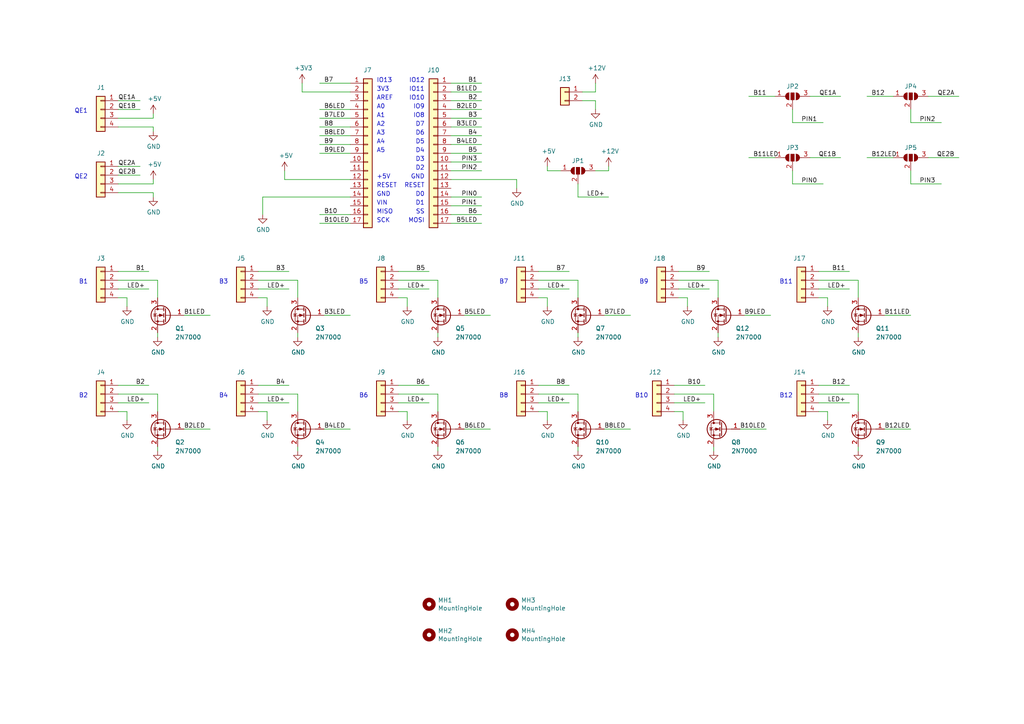
<source format=kicad_sch>
(kicad_sch (version 20211123) (generator eeschema)
  (paper "A4")
  (title_block (rev "v2.0"))
  (lib_symbols
    (symbol "Connector_Generic:Conn_01x02" (pin_names (offset 1.016) hide)
      (property "Reference" "J" (at 0 2.54 0))
      (property "Value" "Conn_01x02" (at 0 -5.08 0))
      (symbol "Conn_01x02_1_1"
        (rectangle (start -1.27 -2.413) (end 0 -2.667) (stroke (width 0.1524)))
        (rectangle (start -1.27 0.127) (end 0 -0.127) (stroke (width 0.1524)))
        (rectangle (start -1.27 1.27) (end 1.27 -3.81) (stroke (width 0.254)) (fill (type background)))
        (pin passive line (at -5.08 0 0) (length 3.81) (name "Pin_1") (number "1"))
        (pin passive line (at -5.08 -2.54 0) (length 3.81) (name "Pin_2") (number "2"))
      )
    )
    (symbol "Connector_Generic:Conn_01x04" (pin_names (offset 1.016) hide)
      (property "Reference" "J" (at 0 5.08 0))
      (property "Value" "Conn_01x04" (at 0 -7.62 0))
      (symbol "Conn_01x04_1_1"
        (rectangle (start -1.27 -4.953) (end 0 -5.207) (stroke (width 0.1524)))
        (rectangle (start -1.27 -2.413) (end 0 -2.667) (stroke (width 0.1524)))
        (rectangle (start -1.27 0.127) (end 0 -0.127) (stroke (width 0.1524)))
        (rectangle (start -1.27 2.667) (end 0 2.413) (stroke (width 0.1524)))
        (rectangle (start -1.27 3.81) (end 1.27 -6.35) (stroke (width 0.254)) (fill (type background)))
        (pin passive line (at -5.08 2.54 0) (length 3.81) (name "Pin_1") (number "1"))
        (pin passive line (at -5.08 0 0) (length 3.81) (name "Pin_2") (number "2"))
        (pin passive line (at -5.08 -2.54 0) (length 3.81) (name "Pin_3") (number "3"))
        (pin passive line (at -5.08 -5.08 0) (length 3.81) (name "Pin_4") (number "4"))
      )
    )
    (symbol "Connector_Generic:Conn_01x17" (pin_names (offset 1.016) hide)
      (property "Reference" "J" (at 0 22.86 0))
      (property "Value" "Conn_01x17" (at 0 -22.86 0))
      (symbol "Conn_01x17_1_1"
        (rectangle (start -1.27 -20.193) (end 0 -20.447) (stroke (width 0.1524)))
        (rectangle (start -1.27 -17.653) (end 0 -17.907) (stroke (width 0.1524)))
        (rectangle (start -1.27 -15.113) (end 0 -15.367) (stroke (width 0.1524)))
        (rectangle (start -1.27 -12.573) (end 0 -12.827) (stroke (width 0.1524)))
        (rectangle (start -1.27 -10.033) (end 0 -10.287) (stroke (width 0.1524)))
        (rectangle (start -1.27 -7.493) (end 0 -7.747) (stroke (width 0.1524)))
        (rectangle (start -1.27 -4.953) (end 0 -5.207) (stroke (width 0.1524)))
        (rectangle (start -1.27 -2.413) (end 0 -2.667) (stroke (width 0.1524)))
        (rectangle (start -1.27 0.127) (end 0 -0.127) (stroke (width 0.1524)))
        (rectangle (start -1.27 2.667) (end 0 2.413) (stroke (width 0.1524)))
        (rectangle (start -1.27 5.207) (end 0 4.953) (stroke (width 0.1524)))
        (rectangle (start -1.27 7.747) (end 0 7.493) (stroke (width 0.1524)))
        (rectangle (start -1.27 10.287) (end 0 10.033) (stroke (width 0.1524)))
        (rectangle (start -1.27 12.827) (end 0 12.573) (stroke (width 0.1524)))
        (rectangle (start -1.27 15.367) (end 0 15.113) (stroke (width 0.1524)))
        (rectangle (start -1.27 17.907) (end 0 17.653) (stroke (width 0.1524)))
        (rectangle (start -1.27 20.447) (end 0 20.193) (stroke (width 0.1524)))
        (rectangle (start -1.27 21.59) (end 1.27 -21.59) (stroke (width 0.254)) (fill (type background)))
        (pin passive line (at -5.08 20.32 0) (length 3.81) (name "Pin_1") (number "1"))
        (pin passive line (at -5.08 -2.54 0) (length 3.81) (name "Pin_10") (number "10"))
        (pin passive line (at -5.08 -5.08 0) (length 3.81) (name "Pin_11") (number "11"))
        (pin passive line (at -5.08 -7.62 0) (length 3.81) (name "Pin_12") (number "12"))
        (pin passive line (at -5.08 -10.16 0) (length 3.81) (name "Pin_13") (number "13"))
        (pin passive line (at -5.08 -12.7 0) (length 3.81) (name "Pin_14") (number "14"))
        (pin passive line (at -5.08 -15.24 0) (length 3.81) (name "Pin_15") (number "15"))
        (pin passive line (at -5.08 -17.78 0) (length 3.81) (name "Pin_16") (number "16"))
        (pin passive line (at -5.08 -20.32 0) (length 3.81) (name "Pin_17") (number "17"))
        (pin passive line (at -5.08 17.78 0) (length 3.81) (name "Pin_2") (number "2"))
        (pin passive line (at -5.08 15.24 0) (length 3.81) (name "Pin_3") (number "3"))
        (pin passive line (at -5.08 12.7 0) (length 3.81) (name "Pin_4") (number "4"))
        (pin passive line (at -5.08 10.16 0) (length 3.81) (name "Pin_5") (number "5"))
        (pin passive line (at -5.08 7.62 0) (length 3.81) (name "Pin_6") (number "6"))
        (pin passive line (at -5.08 5.08 0) (length 3.81) (name "Pin_7") (number "7"))
        (pin passive line (at -5.08 2.54 0) (length 3.81) (name "Pin_8") (number "8"))
        (pin passive line (at -5.08 0 0) (length 3.81) (name "Pin_9") (number "9"))
      )
    )
    (symbol "Mechanical:MountingHole" (pin_names (offset 1.016))
      (property "Reference" "H" (at 0 5.08 0))
      (property "Value" "MountingHole" (at 0 3.175 0))
      (symbol "MountingHole_0_1"
        (circle (center 0 0) (radius 1.27) (stroke (width 1.27)))
      )
    )
    (symbol "Micro-Breakout-rescue:+3.3V-power" (power) (pin_names (offset 0))
      (property "Value" "+3.3V-power" (at 0 3.556 0))
      (symbol "+3.3V-power_0_1"
        (polyline (pts (xy -0.762 1.27) (xy 0 2.54)))
        (polyline (pts (xy 0 0) (xy 0 2.54)))
        (polyline (pts (xy 0 2.54) (xy 0.762 1.27)))
      )
      (symbol "+3.3V-power_1_1"
        (pin power_in line (at 0 0 90) (length 0) hide (name "+3V3") (number "1"))
      )
    )
    (symbol "Micro-Breakout-rescue:SolderJumper_3_Open-Jumper" (pin_names (offset 0) hide)
      (property "Reference" "JP" (at -2.54 -2.54 0))
      (property "Value" "SolderJumper_3_Open-Jumper" (at 0 2.794 0))
      (symbol "SolderJumper_3_Open-Jumper_0_1"
        (arc (start -1.016 1.016) (mid -2.032 0) (end -1.016 -1.016))
        (arc (start -1.016 1.016) (mid -2.032 0) (end -1.016 -1.016) (fill (type outline)))
        (rectangle (start -0.508 1.016) (end 0.508 -1.016) (fill (type outline)))
        (polyline (pts (xy -2.54 0) (xy -2.032 0)))
        (polyline (pts (xy -1.016 1.016) (xy -1.016 -1.016)))
        (polyline (pts (xy 0 -1.27) (xy 0 -1.016)))
        (polyline (pts (xy 1.016 1.016) (xy 1.016 -1.016)))
        (polyline (pts (xy 2.54 0) (xy 2.032 0)))
        (arc (start 1.016 -1.016) (mid 2.032 0) (end 1.016 1.016))
        (arc (start 1.016 -1.016) (mid 2.032 0) (end 1.016 1.016) (fill (type outline)))
      )
      (symbol "SolderJumper_3_Open-Jumper_1_1"
        (pin passive line (at -5.08 0 0) (length 2.54) (name "A") (number "1"))
        (pin input line (at 0 -3.81 90) (length 2.54) (name "C") (number "2"))
        (pin passive line (at 5.08 0 180) (length 2.54) (name "B") (number "3"))
      )
    )
    (symbol "Transistor_FET:BSS138" (pin_names hide)
      (property "Reference" "Q" (at 5.08 1.905 0))
      (property "Value" "BSS138" (at 5.08 0 0))
      (symbol "BSS138_0_1"
        (polyline (pts (xy 0.254 0) (xy -2.54 0)))
        (polyline (pts (xy 0.254 1.905) (xy 0.254 -1.905)) (stroke (width 0.254)))
        (polyline (pts (xy 0.762 -1.27) (xy 0.762 -2.286)) (stroke (width 0.254)))
        (polyline (pts (xy 0.762 0.508) (xy 0.762 -0.508)) (stroke (width 0.254)))
        (polyline (pts (xy 0.762 2.286) (xy 0.762 1.27)) (stroke (width 0.254)))
        (polyline (pts (xy 2.54 2.54) (xy 2.54 1.778)))
        (polyline (pts (xy 2.54 -2.54) (xy 2.54 0) (xy 0.762 0)))
        (polyline (pts (xy 0.762 -1.778) (xy 3.302 -1.778) (xy 3.302 1.778) (xy 0.762 1.778)))
        (polyline (pts (xy 1.016 0) (xy 2.032 0.381) (xy 2.032 -0.381) (xy 1.016 0)) (fill (type outline)))
        (polyline (pts (xy 2.794 0.508) (xy 2.921 0.381) (xy 3.683 0.381) (xy 3.81 0.254)))
        (polyline (pts (xy 3.302 0.381) (xy 2.921 -0.254) (xy 3.683 -0.254) (xy 3.302 0.381)))
        (circle (center 1.651 0) (radius 2.794) (stroke (width 0.254)))
        (circle (center 2.54 -1.778) (radius 0.254) (fill (type outline)))
        (circle (center 2.54 1.778) (radius 0.254) (fill (type outline)))
      )
      (symbol "BSS138_1_1"
        (pin input line (at -5.08 0 0) (length 2.54) (name "G") (number "1"))
        (pin passive line (at 2.54 -5.08 90) (length 2.54) (name "S") (number "2"))
        (pin passive line (at 2.54 5.08 270) (length 2.54) (name "D") (number "3"))
      )
    )
    (symbol "power:+12V" (power) (pin_names (offset 0))
      (property "Value" "+12V" (at 0 3.556 0))
      (symbol "+12V_0_1"
        (polyline (pts (xy -0.762 1.27) (xy 0 2.54)))
        (polyline (pts (xy 0 0) (xy 0 2.54)))
        (polyline (pts (xy 0 2.54) (xy 0.762 1.27)))
      )
      (symbol "+12V_1_1"
        (pin power_in line (at 0 0 90) (length 0) hide (name "+12V") (number "1"))
      )
    )
    (symbol "power:+5V" (power) (pin_names (offset 0))
      (property "Value" "+5V" (at 0 3.556 0))
      (symbol "+5V_0_1"
        (polyline (pts (xy -0.762 1.27) (xy 0 2.54)))
        (polyline (pts (xy 0 0) (xy 0 2.54)))
        (polyline (pts (xy 0 2.54) (xy 0.762 1.27)))
      )
      (symbol "+5V_1_1"
        (pin power_in line (at 0 0 90) (length 0) hide (name "+5V") (number "1"))
      )
    )
    (symbol "power:GND" (power) (pin_names (offset 0))
      (property "Value" "GND" (at 0 -3.81 0))
      (symbol "GND_0_1"
        (polyline (pts (xy 0 0) (xy 0 -1.27) (xy 1.27 -1.27) (xy 0 -2.54) (xy -1.27 -1.27) (xy 0 -1.27)))
      )
      (symbol "GND_1_1"
        (pin power_in line (at 0 0 270) (length 0) hide (name "GND") (number "1"))
      )
    )
  )
  (wire (pts (xy 149.86 52.07) (xy 149.86 54.61)))
  (wire (pts (xy 175.26 124.46) (xy 182.88 124.46)))
  (wire (pts (xy 237.49 111.76) (xy 246.38 111.76)))
  (wire (pts (xy 34.29 31.75) (xy 40.64 31.75)))
  (wire (pts (xy 92.71 64.77) (xy 101.6 64.77)))
  (wire (pts (xy 234.95 45.72) (xy 243.84 45.72)))
  (wire (pts (xy 45.72 96.52) (xy 45.72 97.79)))
  (wire (pts (xy 130.81 46.99) (xy 139.7 46.99)))
  (wire (pts (xy 115.57 78.74) (xy 124.46 78.74)))
  (wire (pts (xy 53.34 124.46) (xy 60.96 124.46)))
  (wire (pts (xy 156.21 83.82) (xy 165.1 83.82)))
  (wire (pts (xy 92.71 34.29) (xy 101.6 34.29)))
  (wire (pts (xy 130.81 39.37) (xy 139.7 39.37)))
  (wire (pts (xy 139.7 41.91) (xy 130.81 41.91)))
  (wire (pts (xy 248.92 81.28) (xy 248.92 86.36)))
  (wire (pts (xy 92.71 39.37) (xy 101.6 39.37)))
  (wire (pts (xy 229.87 35.56) (xy 229.87 31.75)))
  (wire (pts (xy 139.7 31.75) (xy 130.81 31.75)))
  (wire (pts (xy 34.29 36.83) (xy 44.45 36.83)))
  (wire (pts (xy 34.29 78.74) (xy 43.18 78.74)))
  (wire (pts (xy 156.21 111.76) (xy 165.1 111.76)))
  (wire (pts (xy 130.81 49.53) (xy 139.7 49.53)))
  (wire (pts (xy 44.45 38.1) (xy 44.45 36.83)))
  (wire (pts (xy 34.29 81.28) (xy 45.72 81.28)))
  (wire (pts (xy 34.29 34.29) (xy 44.45 34.29)))
  (wire (pts (xy 127 114.3) (xy 127 119.38)))
  (wire (pts (xy 196.85 86.36) (xy 199.39 86.36)))
  (wire (pts (xy 229.87 53.34) (xy 238.76 53.34)))
  (wire (pts (xy 237.49 83.82) (xy 246.38 83.82)))
  (wire (pts (xy 101.6 41.91) (xy 92.71 41.91)))
  (wire (pts (xy 115.57 119.38) (xy 118.11 119.38)))
  (wire (pts (xy 237.49 116.84) (xy 246.38 116.84)))
  (wire (pts (xy 92.71 62.23) (xy 101.6 62.23)))
  (wire (pts (xy 176.53 49.53) (xy 176.53 48.26)))
  (wire (pts (xy 168.91 29.21) (xy 172.72 29.21)))
  (wire (pts (xy 115.57 116.84) (xy 124.46 116.84)))
  (wire (pts (xy 118.11 86.36) (xy 118.11 88.9)))
  (wire (pts (xy 34.29 86.36) (xy 36.83 86.36)))
  (wire (pts (xy 240.03 119.38) (xy 240.03 121.92)))
  (wire (pts (xy 86.36 129.54) (xy 86.36 130.81)))
  (wire (pts (xy 264.16 35.56) (xy 264.16 31.75)))
  (wire (pts (xy 44.45 34.29) (xy 44.45 33.02)))
  (wire (pts (xy 214.63 124.46) (xy 222.25 124.46)))
  (wire (pts (xy 101.6 57.15) (xy 76.2 57.15)))
  (wire (pts (xy 172.72 49.53) (xy 176.53 49.53)))
  (wire (pts (xy 234.95 27.94) (xy 243.84 27.94)))
  (wire (pts (xy 77.47 119.38) (xy 77.47 121.92)))
  (wire (pts (xy 134.62 91.44) (xy 142.24 91.44)))
  (wire (pts (xy 45.72 81.28) (xy 45.72 86.36)))
  (wire (pts (xy 207.01 114.3) (xy 207.01 119.38)))
  (wire (pts (xy 139.7 62.23) (xy 130.81 62.23)))
  (wire (pts (xy 156.21 119.38) (xy 158.75 119.38)))
  (wire (pts (xy 127 129.54) (xy 127 130.81)))
  (wire (pts (xy 139.7 36.83) (xy 130.81 36.83)))
  (wire (pts (xy 237.49 119.38) (xy 240.03 119.38)))
  (wire (pts (xy 53.34 91.44) (xy 60.96 91.44)))
  (wire (pts (xy 130.81 29.21) (xy 139.7 29.21)))
  (wire (pts (xy 167.64 96.52) (xy 167.64 97.79)))
  (wire (pts (xy 101.6 31.75) (xy 92.71 31.75)))
  (wire (pts (xy 34.29 55.88) (xy 44.45 55.88)))
  (wire (pts (xy 237.49 78.74) (xy 246.38 78.74)))
  (wire (pts (xy 101.6 26.67) (xy 87.63 26.67)))
  (wire (pts (xy 229.87 35.56) (xy 238.76 35.56)))
  (wire (pts (xy 134.62 124.46) (xy 142.24 124.46)))
  (wire (pts (xy 264.16 35.56) (xy 273.05 35.56)))
  (wire (pts (xy 44.45 57.15) (xy 44.45 55.88)))
  (wire (pts (xy 130.81 59.69) (xy 139.7 59.69)))
  (wire (pts (xy 215.9 91.44) (xy 223.52 91.44)))
  (wire (pts (xy 196.85 81.28) (xy 208.28 81.28)))
  (wire (pts (xy 251.46 27.94) (xy 259.08 27.94)))
  (wire (pts (xy 130.81 64.77) (xy 139.7 64.77)))
  (wire (pts (xy 36.83 86.36) (xy 36.83 88.9)))
  (wire (pts (xy 45.72 114.3) (xy 45.72 119.38)))
  (wire (pts (xy 196.85 78.74) (xy 205.74 78.74)))
  (wire (pts (xy 101.6 36.83) (xy 92.71 36.83)))
  (wire (pts (xy 127 81.28) (xy 127 86.36)))
  (wire (pts (xy 34.29 50.8) (xy 40.64 50.8)))
  (wire (pts (xy 156.21 114.3) (xy 167.64 114.3)))
  (wire (pts (xy 34.29 83.82) (xy 43.18 83.82)))
  (wire (pts (xy 44.45 53.34) (xy 44.45 52.07)))
  (wire (pts (xy 115.57 114.3) (xy 127 114.3)))
  (wire (pts (xy 127 96.52) (xy 127 97.79)))
  (wire (pts (xy 162.56 49.53) (xy 158.75 49.53)))
  (wire (pts (xy 269.24 45.72) (xy 278.13 45.72)))
  (wire (pts (xy 74.93 114.3) (xy 86.36 114.3)))
  (wire (pts (xy 93.98 124.46) (xy 101.6 124.46)))
  (wire (pts (xy 207.01 129.54) (xy 207.01 130.81)))
  (wire (pts (xy 195.58 116.84) (xy 204.47 116.84)))
  (wire (pts (xy 199.39 86.36) (xy 199.39 88.9)))
  (wire (pts (xy 34.29 116.84) (xy 43.18 116.84)))
  (wire (pts (xy 92.71 44.45) (xy 101.6 44.45)))
  (wire (pts (xy 269.24 27.94) (xy 278.13 27.94)))
  (wire (pts (xy 195.58 119.38) (xy 198.12 119.38)))
  (wire (pts (xy 251.46 45.72) (xy 259.08 45.72)))
  (wire (pts (xy 208.28 96.52) (xy 208.28 97.79)))
  (wire (pts (xy 74.93 78.74) (xy 83.82 78.74)))
  (wire (pts (xy 264.16 53.34) (xy 273.05 53.34)))
  (wire (pts (xy 115.57 111.76) (xy 124.46 111.76)))
  (wire (pts (xy 195.58 111.76) (xy 204.47 111.76)))
  (wire (pts (xy 248.92 129.54) (xy 248.92 130.81)))
  (wire (pts (xy 34.29 114.3) (xy 45.72 114.3)))
  (wire (pts (xy 34.29 111.76) (xy 43.18 111.76)))
  (wire (pts (xy 208.28 81.28) (xy 208.28 86.36)))
  (wire (pts (xy 256.54 91.44) (xy 264.16 91.44)))
  (wire (pts (xy 45.72 129.54) (xy 45.72 130.81)))
  (wire (pts (xy 130.81 57.15) (xy 139.7 57.15)))
  (wire (pts (xy 74.93 83.82) (xy 83.82 83.82)))
  (wire (pts (xy 167.64 81.28) (xy 167.64 86.36)))
  (wire (pts (xy 158.75 49.53) (xy 158.75 48.26)))
  (wire (pts (xy 74.93 81.28) (xy 86.36 81.28)))
  (wire (pts (xy 86.36 81.28) (xy 86.36 86.36)))
  (wire (pts (xy 139.7 26.67) (xy 130.81 26.67)))
  (wire (pts (xy 248.92 114.3) (xy 248.92 119.38)))
  (wire (pts (xy 196.85 83.82) (xy 205.74 83.82)))
  (wire (pts (xy 156.21 116.84) (xy 165.1 116.84)))
  (wire (pts (xy 36.83 119.38) (xy 36.83 121.92)))
  (wire (pts (xy 118.11 119.38) (xy 118.11 121.92)))
  (wire (pts (xy 74.93 111.76) (xy 83.82 111.76)))
  (wire (pts (xy 158.75 86.36) (xy 158.75 88.9)))
  (wire (pts (xy 256.54 124.46) (xy 264.16 124.46)))
  (wire (pts (xy 86.36 114.3) (xy 86.36 119.38)))
  (wire (pts (xy 115.57 83.82) (xy 124.46 83.82)))
  (wire (pts (xy 158.75 119.38) (xy 158.75 121.92)))
  (wire (pts (xy 167.64 57.15) (xy 176.53 57.15)))
  (wire (pts (xy 167.64 129.54) (xy 167.64 130.81)))
  (wire (pts (xy 34.29 119.38) (xy 36.83 119.38)))
  (wire (pts (xy 115.57 86.36) (xy 118.11 86.36)))
  (wire (pts (xy 34.29 53.34) (xy 44.45 53.34)))
  (wire (pts (xy 248.92 96.52) (xy 248.92 97.79)))
  (wire (pts (xy 229.87 53.34) (xy 229.87 49.53)))
  (wire (pts (xy 217.17 27.94) (xy 224.79 27.94)))
  (wire (pts (xy 77.47 86.36) (xy 77.47 88.9)))
  (wire (pts (xy 115.57 81.28) (xy 127 81.28)))
  (wire (pts (xy 172.72 26.67) (xy 172.72 24.13)))
  (wire (pts (xy 74.93 119.38) (xy 77.47 119.38)))
  (wire (pts (xy 172.72 29.21) (xy 172.72 31.75)))
  (wire (pts (xy 74.93 116.84) (xy 83.82 116.84)))
  (wire (pts (xy 34.29 48.26) (xy 40.64 48.26)))
  (wire (pts (xy 76.2 57.15) (xy 76.2 62.23)))
  (wire (pts (xy 101.6 52.07) (xy 82.55 52.07)))
  (wire (pts (xy 34.29 29.21) (xy 40.64 29.21)))
  (wire (pts (xy 130.81 52.07) (xy 149.86 52.07)))
  (wire (pts (xy 264.16 53.34) (xy 264.16 49.53)))
  (wire (pts (xy 101.6 24.13) (xy 92.71 24.13)))
  (wire (pts (xy 86.36 96.52) (xy 86.36 97.79)))
  (wire (pts (xy 74.93 86.36) (xy 77.47 86.36)))
  (wire (pts (xy 156.21 86.36) (xy 158.75 86.36)))
  (wire (pts (xy 87.63 26.67) (xy 87.63 24.13)))
  (wire (pts (xy 195.58 114.3) (xy 207.01 114.3)))
  (wire (pts (xy 130.81 24.13) (xy 139.7 24.13)))
  (wire (pts (xy 198.12 119.38) (xy 198.12 121.92)))
  (wire (pts (xy 175.26 91.44) (xy 182.88 91.44)))
  (wire (pts (xy 217.17 45.72) (xy 224.79 45.72)))
  (wire (pts (xy 93.98 91.44) (xy 101.6 91.44)))
  (wire (pts (xy 240.03 86.36) (xy 240.03 88.9)))
  (wire (pts (xy 237.49 114.3) (xy 248.92 114.3)))
  (wire (pts (xy 156.21 81.28) (xy 167.64 81.28)))
  (wire (pts (xy 156.21 78.74) (xy 165.1 78.74)))
  (wire (pts (xy 167.64 114.3) (xy 167.64 119.38)))
  (wire (pts (xy 168.91 26.67) (xy 172.72 26.67)))
  (wire (pts (xy 237.49 81.28) (xy 248.92 81.28)))
  (wire (pts (xy 130.81 34.29) (xy 139.7 34.29)))
  (wire (pts (xy 167.64 57.15) (xy 167.64 53.34)))
  (wire (pts (xy 237.49 86.36) (xy 240.03 86.36)))
  (wire (pts (xy 82.55 52.07) (xy 82.55 49.53)))
  (wire (pts (xy 139.7 44.45) (xy 130.81 44.45)))
  (text "D7" (at 123.19 36.83 180) (effects (font (size 1.27 1.27)) (justify right bottom)))
  (text "B6" (at 104.14 115.57 0) (effects (font (size 1.27 1.27)) (justify left bottom)))
  (text "B1" (at 22.86 82.55 0) (effects (font (size 1.27 1.27)) (justify left bottom)))
  (text "IO11" (at 123.19 26.67 180) (effects (font (size 1.27 1.27)) (justify right bottom)))
  (text "A0" (at 109.22 31.75 0) (effects (font (size 1.27 1.27)) (justify left bottom)))
  (text "A4" (at 109.22 41.91 0) (effects (font (size 1.27 1.27)) (justify left bottom)))
  (text "D2" (at 123.19 49.53 180) (effects (font (size 1.27 1.27)) (justify right bottom)))
  (text "B12" (at 226.06 115.57 0) (effects (font (size 1.27 1.27)) (justify left bottom)))
  (text "QE1" (at 21.59 33.02 0) (effects (font (size 1.27 1.27)) (justify left bottom)))
  (text "A3" (at 109.22 39.37 0) (effects (font (size 1.27 1.27)) (justify left bottom)))
  (text "A1" (at 109.22 34.29 0) (effects (font (size 1.27 1.27)) (justify left bottom)))
  (text "B4" (at 63.5 115.57 0) (effects (font (size 1.27 1.27)) (justify left bottom)))
  (text "QE2" (at 21.59 52.07 0) (effects (font (size 1.27 1.27)) (justify left bottom)))
  (text "D4" (at 123.19 44.45 180) (effects (font (size 1.27 1.27)) (justify right bottom)))
  (text "VIN" (at 109.22 59.69 0) (effects (font (size 1.27 1.27)) (justify left bottom)))
  (text "D6" (at 123.19 39.37 180) (effects (font (size 1.27 1.27)) (justify right bottom)))
  (text "B7" (at 144.78 82.55 0) (effects (font (size 1.27 1.27)) (justify left bottom)))
  (text "GND" (at 109.22 57.15 0) (effects (font (size 1.27 1.27)) (justify left bottom)))
  (text "D1" (at 123.19 59.69 180) (effects (font (size 1.27 1.27)) (justify right bottom)))
  (text "D5" (at 123.19 41.91 180) (effects (font (size 1.27 1.27)) (justify right bottom)))
  (text "3V3" (at 109.22 26.67 0) (effects (font (size 1.27 1.27)) (justify left bottom)))
  (text "IO9" (at 123.19 31.75 180) (effects (font (size 1.27 1.27)) (justify right bottom)))
  (text "MOSI" (at 123.19 64.77 180) (effects (font (size 1.27 1.27)) (justify right bottom)))
  (text "+5V" (at 109.22 52.07 0) (effects (font (size 1.27 1.27)) (justify left bottom)))
  (text "RESET" (at 109.22 54.61 0) (effects (font (size 1.27 1.27)) (justify left bottom)))
  (text "MISO" (at 109.22 62.23 0) (effects (font (size 1.27 1.27)) (justify left bottom)))
  (text "D0" (at 123.19 57.15 180) (effects (font (size 1.27 1.27)) (justify right bottom)))
  (text "SS" (at 123.19 62.23 180) (effects (font (size 1.27 1.27)) (justify right bottom)))
  (text "D3" (at 123.19 46.99 180) (effects (font (size 1.27 1.27)) (justify right bottom)))
  (text "A5" (at 109.22 44.45 0) (effects (font (size 1.27 1.27)) (justify left bottom)))
  (text "B8" (at 144.78 115.57 0) (effects (font (size 1.27 1.27)) (justify left bottom)))
  (text "SCK" (at 109.22 64.77 0) (effects (font (size 1.27 1.27)) (justify left bottom)))
  (text "IO8" (at 123.19 34.29 180) (effects (font (size 1.27 1.27)) (justify right bottom)))
  (text "IO13" (at 109.22 24.13 0) (effects (font (size 1.27 1.27)) (justify left bottom)))
  (text "B5" (at 104.14 82.55 0) (effects (font (size 1.27 1.27)) (justify left bottom)))
  (text "GND" (at 123.19 52.07 180) (effects (font (size 1.27 1.27)) (justify right bottom)))
  (text "A2" (at 109.22 36.83 0) (effects (font (size 1.27 1.27)) (justify left bottom)))
  (text "B11" (at 226.06 82.55 0) (effects (font (size 1.27 1.27)) (justify left bottom)))
  (text "IO10" (at 123.19 29.21 180) (effects (font (size 1.27 1.27)) (justify right bottom)))
  (text "B10" (at 184.15 115.57 0) (effects (font (size 1.27 1.27)) (justify left bottom)))
  (text "B9" (at 185.42 82.55 0) (effects (font (size 1.27 1.27)) (justify left bottom)))
  (text "IO12" (at 123.19 24.13 180) (effects (font (size 1.27 1.27)) (justify right bottom)))
  (text "B2" (at 22.86 115.57 0) (effects (font (size 1.27 1.27)) (justify left bottom)))
  (text "AREF" (at 109.22 29.21 0) (effects (font (size 1.27 1.27)) (justify left bottom)))
  (text "RESET" (at 123.19 54.61 180) (effects (font (size 1.27 1.27)) (justify right bottom)))
  (text "B3" (at 63.5 82.55 0) (effects (font (size 1.27 1.27)) (justify left bottom)))
  (label "B10LED" (at 93.98 64.77 0))
  (label "LED+" (at 198.12 116.84 0))
  (label "QE1B" (at 34.29 31.75 0))
  (label "B9LED" (at 93.98 44.45 0))
  (label "B2LED" (at 53.34 124.46 0))
  (label "B6" (at 138.43 62.23 180))
  (label "B3LED" (at 138.43 36.83 180))
  (label "PIN0" (at 232.41 53.34 0))
  (label "B9LED" (at 215.9 91.44 0))
  (label "B3" (at 138.43 34.29 180))
  (label "B7LED" (at 93.98 34.29 0))
  (label "PIN0" (at 138.43 57.15 180))
  (label "B12" (at 252.73 27.94 0))
  (label "B8LED" (at 175.26 124.46 0))
  (label "B12" (at 241.3 111.76 0))
  (label "B1" (at 138.43 24.13 180))
  (label "LED+" (at 36.83 83.82 0))
  (label "LED+" (at 118.11 116.84 0))
  (label "LED+" (at 199.39 83.82 0))
  (label "B9" (at 201.93 78.74 0))
  (label "LED+" (at 240.03 83.82 0))
  (label "PIN2" (at 138.43 49.53 180))
  (label "PIN3" (at 266.7 53.34 0))
  (label "B11" (at 241.3 78.74 0))
  (label "QE2A" (at 276.86 27.94 180))
  (label "B1LED" (at 138.43 26.67 180))
  (label "QE1B" (at 242.57 45.72 180))
  (label "B12LED" (at 252.73 45.72 0))
  (label "B8" (at 93.98 36.83 0))
  (label "B10" (at 93.98 62.23 0))
  (label "QE1A" (at 242.57 27.94 180))
  (label "B12LED" (at 256.54 124.46 0))
  (label "QE2B" (at 276.86 45.72 180))
  (label "B4" (at 138.43 39.37 180))
  (label "PIN1" (at 138.43 59.69 180))
  (label "B8" (at 161.29 111.76 0))
  (label "B1LED" (at 53.34 91.44 0))
  (label "B6" (at 120.65 111.76 0))
  (label "B6LED" (at 134.62 124.46 0))
  (label "PIN1" (at 232.41 35.56 0))
  (label "B4LED" (at 138.43 41.91 180))
  (label "B5LED" (at 138.43 64.77 180))
  (label "B10LED" (at 214.63 124.46 0))
  (label "LED+" (at 77.47 116.84 0))
  (label "B5LED" (at 134.62 91.44 0))
  (label "LED+" (at 170.18 57.15 0))
  (label "B5" (at 138.43 44.45 180))
  (label "B2LED" (at 138.43 31.75 180))
  (label "B11LED" (at 256.54 91.44 0))
  (label "B2" (at 138.43 29.21 180))
  (label "PIN2" (at 266.7 35.56 0))
  (label "B7LED" (at 175.26 91.44 0))
  (label "B11LED" (at 218.44 45.72 0))
  (label "QE2B" (at 34.29 50.8 0))
  (label "B8LED" (at 93.98 39.37 0))
  (label "PIN3" (at 138.43 46.99 180))
  (label "QE2A" (at 34.29 48.26 0))
  (label "B3" (at 80.01 78.74 0))
  (label "B4LED" (at 93.98 124.46 0))
  (label "B5" (at 120.65 78.74 0))
  (label "LED+" (at 118.11 83.82 0))
  (label "B6LED" (at 93.98 31.75 0))
  (label "B1" (at 39.37 78.74 0))
  (label "LED+" (at 77.47 83.82 0))
  (label "B11" (at 218.44 27.94 0))
  (label "QE1A" (at 34.29 29.21 0))
  (label "LED+" (at 158.75 83.82 0))
  (label "B2" (at 39.37 111.76 0))
  (label "B7" (at 93.98 24.13 0))
  (label "LED+" (at 36.83 116.84 0))
  (label "B9" (at 93.98 41.91 0))
  (label "LED+" (at 158.75 116.84 0))
  (label "B10" (at 199.39 111.76 0))
  (label "LED+" (at 240.03 116.84 0))
  (label "B3LED" (at 93.98 91.44 0))
  (label "B4" (at 80.01 111.76 0))
  (label "B7" (at 161.29 78.74 0))
  (symbol (lib_id "Connector_Generic:Conn_01x04") (at 29.21 31.75 0) (mirror y) (unit 1)
    (property "Reference" "J1" (at 30.48 25.4 0) (effects (justify left)))
    (property "Value" "Conn_01x04" (effects hide))
    (property "Footprint" "Connector_JST:JST_XH_B4B-XH-A_1x04_P2.50mm_Vertical" (effects hide))
  )
  (symbol (lib_id "power:GND") (at 44.45 38.1 0) (unit 1)
    (property "Reference" "#PWR0102" (effects hide))
    (property "Value" "GND" (at 44.577 42.4942 0))
  )
  (symbol (lib_id "power:+5V") (at 44.45 33.02 0) (unit 1)
    (property "Reference" "#PWR0101" (effects hide))
    (property "Value" "+5V" (at 44.831 28.6258 0))
  )
  (symbol (lib_id "Connector_Generic:Conn_01x04") (at 29.21 50.8 0) (mirror y) (unit 1)
    (property "Reference" "J2" (at 30.48 44.45 0) (effects (justify left)))
    (property "Value" "Conn_01x04" (effects hide))
    (property "Footprint" "Connector_JST:JST_XH_B4B-XH-A_1x04_P2.50mm_Vertical" (effects hide))
  )
  (symbol (lib_id "Transistor_FET:BSS138") (at 48.26 91.44 0) (mirror y) (unit 1)
    (property "Reference" "Q1" (at 50.8 95.25 0) (effects (justify right)))
    (property "Value" "2N7000" (at 50.8 97.79 0) (effects (justify right)))
    (property "Footprint" "Package_TO_SOT_THT:TO-92_Inline_Wide" (effects hide))
    (property "Datasheet" "https://www.fairchildsemi.com/datasheets/BS/BSS138.pdf" (effects hide))
  )
  (symbol (lib_id "power:+5V") (at 44.45 52.07 0) (unit 1)
    (property "Reference" "#PWR0103" (effects hide))
    (property "Value" "+5V" (at 44.831 47.6758 0))
  )
  (symbol (lib_id "power:GND") (at 44.45 57.15 0) (unit 1)
    (property "Reference" "#PWR0104" (effects hide))
    (property "Value" "GND" (at 44.577 61.5442 0))
  )
  (symbol (lib_id "Connector_Generic:Conn_01x04") (at 29.21 81.28 0) (mirror y) (unit 1)
    (property "Reference" "J3" (at 30.48 74.93 0) (effects (justify left)))
    (property "Value" "Conn_01x04" (effects hide))
    (property "Footprint" "Connector_JST:JST_XH_B4B-XH-A_1x04_P2.50mm_Vertical" (effects hide))
  )
  (symbol (lib_id "power:GND") (at 36.83 88.9 0) (unit 1)
    (property "Reference" "#PWR0105" (effects hide))
    (property "Value" "GND" (at 36.957 93.2942 0))
  )
  (symbol (lib_id "power:GND") (at 45.72 97.79 0) (unit 1)
    (property "Reference" "#PWR0106" (effects hide))
    (property "Value" "GND" (at 45.847 102.1842 0))
  )
  (symbol (lib_id "Transistor_FET:BSS138") (at 48.26 124.46 0) (mirror y) (unit 1)
    (property "Reference" "Q2" (at 50.8 128.27 0) (effects (justify right)))
    (property "Value" "2N7000" (at 50.8 130.81 0) (effects (justify right)))
    (property "Footprint" "Package_TO_SOT_THT:TO-92_Inline_Wide" (effects hide))
    (property "Datasheet" "https://www.fairchildsemi.com/datasheets/BS/BSS138.pdf" (effects hide))
  )
  (symbol (lib_id "Connector_Generic:Conn_01x04") (at 29.21 114.3 0) (mirror y) (unit 1)
    (property "Reference" "J4" (at 30.48 107.95 0) (effects (justify left)))
    (property "Value" "Conn_01x04" (effects hide))
    (property "Footprint" "Connector_JST:JST_XH_B4B-XH-A_1x04_P2.50mm_Vertical" (effects hide))
  )
  (symbol (lib_id "power:GND") (at 36.83 121.92 0) (unit 1)
    (property "Reference" "#PWR0107" (effects hide))
    (property "Value" "GND" (at 36.957 126.3142 0))
  )
  (symbol (lib_id "power:GND") (at 45.72 130.81 0) (unit 1)
    (property "Reference" "#PWR0108" (effects hide))
    (property "Value" "GND" (at 45.847 135.2042 0))
  )
  (symbol (lib_id "Transistor_FET:BSS138") (at 88.9 91.44 0) (mirror y) (unit 1)
    (property "Reference" "Q3" (at 91.44 95.25 0) (effects (justify right)))
    (property "Value" "2N7000" (at 91.44 97.79 0) (effects (justify right)))
    (property "Footprint" "Package_TO_SOT_THT:TO-92_Inline_Wide" (effects hide))
    (property "Datasheet" "https://www.fairchildsemi.com/datasheets/BS/BSS138.pdf" (effects hide))
  )
  (symbol (lib_id "Connector_Generic:Conn_01x04") (at 69.85 81.28 0) (mirror y) (unit 1)
    (property "Reference" "J5" (at 71.12 74.93 0) (effects (justify left)))
    (property "Value" "Conn_01x04" (effects hide))
    (property "Footprint" "Connector_JST:JST_XH_B4B-XH-A_1x04_P2.50mm_Vertical" (effects hide))
  )
  (symbol (lib_id "power:GND") (at 77.47 88.9 0) (unit 1)
    (property "Reference" "#PWR0109" (effects hide))
    (property "Value" "GND" (at 77.597 93.2942 0))
  )
  (symbol (lib_id "power:GND") (at 86.36 97.79 0) (unit 1)
    (property "Reference" "#PWR0110" (effects hide))
    (property "Value" "GND" (at 86.487 102.1842 0))
  )
  (symbol (lib_id "Transistor_FET:BSS138") (at 88.9 124.46 0) (mirror y) (unit 1)
    (property "Reference" "Q4" (at 91.44 128.27 0) (effects (justify right)))
    (property "Value" "2N7000" (at 91.44 130.81 0) (effects (justify right)))
    (property "Footprint" "Package_TO_SOT_THT:TO-92_Inline_Wide" (effects hide))
    (property "Datasheet" "https://www.fairchildsemi.com/datasheets/BS/BSS138.pdf" (effects hide))
  )
  (symbol (lib_id "Connector_Generic:Conn_01x04") (at 69.85 114.3 0) (mirror y) (unit 1)
    (property "Reference" "J6" (at 71.12 107.95 0) (effects (justify left)))
    (property "Value" "Conn_01x04" (effects hide))
    (property "Footprint" "Connector_JST:JST_XH_B4B-XH-A_1x04_P2.50mm_Vertical" (effects hide))
  )
  (symbol (lib_id "power:GND") (at 77.47 121.92 0) (unit 1)
    (property "Reference" "#PWR0111" (effects hide))
    (property "Value" "GND" (at 77.597 126.3142 0))
  )
  (symbol (lib_id "power:GND") (at 86.36 130.81 0) (unit 1)
    (property "Reference" "#PWR0112" (effects hide))
    (property "Value" "GND" (at 86.487 135.2042 0))
  )
  (symbol (lib_id "Transistor_FET:BSS138") (at 129.54 91.44 0) (mirror y) (unit 1)
    (property "Reference" "Q5" (at 132.08 95.25 0) (effects (justify right)))
    (property "Value" "2N7000" (at 132.08 97.79 0) (effects (justify right)))
    (property "Footprint" "Package_TO_SOT_THT:TO-92_Inline_Wide" (effects hide))
    (property "Datasheet" "https://www.fairchildsemi.com/datasheets/BS/BSS138.pdf" (effects hide))
  )
  (symbol (lib_id "Connector_Generic:Conn_01x04") (at 110.49 81.28 0) (mirror y) (unit 1)
    (property "Reference" "J8" (at 111.76 74.93 0) (effects (justify left)))
    (property "Value" "Conn_01x04" (effects hide))
    (property "Footprint" "Connector_JST:JST_XH_B4B-XH-A_1x04_P2.50mm_Vertical" (effects hide))
  )
  (symbol (lib_id "power:GND") (at 118.11 88.9 0) (unit 1)
    (property "Reference" "#PWR0113" (effects hide))
    (property "Value" "GND" (at 118.237 93.2942 0))
  )
  (symbol (lib_id "power:GND") (at 127 97.79 0) (unit 1)
    (property "Reference" "#PWR0114" (effects hide))
    (property "Value" "GND" (at 127.127 102.1842 0))
  )
  (symbol (lib_id "Transistor_FET:BSS138") (at 129.54 124.46 0) (mirror y) (unit 1)
    (property "Reference" "Q6" (at 132.08 128.27 0) (effects (justify right)))
    (property "Value" "2N7000" (at 132.08 130.81 0) (effects (justify right)))
    (property "Footprint" "Package_TO_SOT_THT:TO-92_Inline_Wide" (effects hide))
    (property "Datasheet" "https://www.fairchildsemi.com/datasheets/BS/BSS138.pdf" (effects hide))
  )
  (symbol (lib_id "Connector_Generic:Conn_01x04") (at 110.49 114.3 0) (mirror y) (unit 1)
    (property "Reference" "J9" (at 111.76 107.95 0) (effects (justify left)))
    (property "Value" "Conn_01x04" (effects hide))
    (property "Footprint" "Connector_JST:JST_XH_B4B-XH-A_1x04_P2.50mm_Vertical" (effects hide))
  )
  (symbol (lib_id "power:GND") (at 118.11 121.92 0) (unit 1)
    (property "Reference" "#PWR0115" (effects hide))
    (property "Value" "GND" (at 118.237 126.3142 0))
  )
  (symbol (lib_id "power:GND") (at 127 130.81 0) (unit 1)
    (property "Reference" "#PWR0116" (effects hide))
    (property "Value" "GND" (at 127.127 135.2042 0))
  )
  (symbol (lib_id "Transistor_FET:BSS138") (at 170.18 91.44 0) (mirror y) (unit 1)
    (property "Reference" "Q7" (at 172.72 95.25 0) (effects (justify right)))
    (property "Value" "2N7000" (at 172.72 97.79 0) (effects (justify right)))
    (property "Footprint" "Package_TO_SOT_THT:TO-92_Inline_Wide" (effects hide))
    (property "Datasheet" "https://www.fairchildsemi.com/datasheets/BS/BSS138.pdf" (effects hide))
  )
  (symbol (lib_id "Connector_Generic:Conn_01x04") (at 151.13 81.28 0) (mirror y) (unit 1)
    (property "Reference" "J11" (at 152.4 74.93 0) (effects (justify left)))
    (property "Value" "Conn_01x04" (effects hide))
    (property "Footprint" "Connector_JST:JST_XH_B4B-XH-A_1x04_P2.50mm_Vertical" (effects hide))
  )
  (symbol (lib_id "power:GND") (at 158.75 88.9 0) (unit 1)
    (property "Reference" "#PWR0117" (effects hide))
    (property "Value" "GND" (at 158.877 93.2942 0))
  )
  (symbol (lib_id "power:GND") (at 167.64 97.79 0) (unit 1)
    (property "Reference" "#PWR0118" (effects hide))
    (property "Value" "GND" (at 167.767 102.1842 0))
  )
  (symbol (lib_id "Transistor_FET:BSS138") (at 170.18 124.46 0) (mirror y) (unit 1)
    (property "Reference" "Q10" (at 172.72 128.27 0) (effects (justify right)))
    (property "Value" "2N7000" (at 172.72 130.81 0) (effects (justify right)))
    (property "Footprint" "Package_TO_SOT_THT:TO-92_Inline_Wide" (effects hide))
    (property "Datasheet" "https://www.fairchildsemi.com/datasheets/BS/BSS138.pdf" (effects hide))
  )
  (symbol (lib_id "Connector_Generic:Conn_01x04") (at 151.13 114.3 0) (mirror y) (unit 1)
    (property "Reference" "J16" (at 152.4 107.95 0) (effects (justify left)))
    (property "Value" "Conn_01x04" (effects hide))
    (property "Footprint" "Connector_JST:JST_XH_B4B-XH-A_1x04_P2.50mm_Vertical" (effects hide))
  )
  (symbol (lib_id "power:GND") (at 158.75 121.92 0) (unit 1)
    (property "Reference" "#PWR0119" (effects hide))
    (property "Value" "GND" (at 158.877 126.3142 0))
  )
  (symbol (lib_id "power:GND") (at 167.64 130.81 0) (unit 1)
    (property "Reference" "#PWR0120" (effects hide))
    (property "Value" "GND" (at 167.767 135.2042 0))
  )
  (symbol (lib_id "Transistor_FET:BSS138") (at 210.82 91.44 0) (mirror y) (unit 1)
    (property "Reference" "Q12" (at 213.36 95.25 0) (effects (justify right)))
    (property "Value" "2N7000" (at 213.36 97.79 0) (effects (justify right)))
    (property "Footprint" "Package_TO_SOT_THT:TO-92_Inline_Wide" (effects hide))
    (property "Datasheet" "https://www.fairchildsemi.com/datasheets/BS/BSS138.pdf" (effects hide))
  )
  (symbol (lib_id "Connector_Generic:Conn_01x04") (at 191.77 81.28 0) (mirror y) (unit 1)
    (property "Reference" "J18" (at 193.04 74.93 0) (effects (justify left)))
    (property "Value" "Conn_01x04" (effects hide))
    (property "Footprint" "Connector_JST:JST_XH_B4B-XH-A_1x04_P2.50mm_Vertical" (effects hide))
  )
  (symbol (lib_id "power:GND") (at 199.39 88.9 0) (unit 1)
    (property "Reference" "#PWR0121" (effects hide))
    (property "Value" "GND" (at 199.517 93.2942 0))
  )
  (symbol (lib_id "power:GND") (at 208.28 97.79 0) (unit 1)
    (property "Reference" "#PWR0122" (effects hide))
    (property "Value" "GND" (at 208.407 102.1842 0))
  )
  (symbol (lib_id "Micro-Breakout-rescue:SolderJumper_3_Open-Jumper") (at 167.64 49.53 0) (unit 1)
    (property "Reference" "JP1" (at 167.64 46.6344 0))
    (property "Value" "SolderJumper_3_Open" (effects hide))
    (property "Footprint" "Jumper:SolderJumper-3_P1.3mm_Open_RoundedPad1.0x1.5mm" (effects hide))
  )
  (symbol (lib_id "power:+12V") (at 176.53 48.26 0) (unit 1)
    (property "Reference" "#PWR0128" (effects hide))
    (property "Value" "+12V" (at 176.911 43.8658 0))
  )
  (symbol (lib_id "Connector_Generic:Conn_01x02") (at 163.83 26.67 0) (mirror y) (unit 1)
    (property "Reference" "J13" (at 163.83 22.86 0))
    (property "Value" "Conn_01x02" (effects hide))
    (property "Footprint" "Connector_JST:JST_XH_B2B-XH-A_1x02_P2.50mm_Vertical" (effects hide))
  )
  (symbol (lib_id "power:GND") (at 172.72 31.75 0) (unit 1)
    (property "Reference" "#PWR0129" (effects hide))
    (property "Value" "GND" (at 172.847 36.1442 0))
  )
  (symbol (lib_id "power:+12V") (at 172.72 24.13 0) (unit 1)
    (property "Reference" "#PWR0130" (effects hide))
    (property "Value" "+12V" (at 173.101 19.7358 0))
  )
  (symbol (lib_id "Mechanical:MountingHole") (at 124.46 175.26 0) (unit 1)
    (property "Reference" "MH1" (at 127 174.0916 0) (effects (justify left)))
    (property "Value" "MountingHole" (at 127 176.403 0) (effects (justify left)))
    (property "Footprint" "Mounting_Holes:MountingHole_3.2mm_M3" (effects hide))
  )
  (symbol (lib_id "Mechanical:MountingHole") (at 124.46 184.15 0) (unit 1)
    (property "Reference" "MH2" (at 127 182.9816 0) (effects (justify left)))
    (property "Value" "MountingHole" (at 127 185.293 0) (effects (justify left)))
    (property "Footprint" "Mounting_Holes:MountingHole_3.2mm_M3" (effects hide))
  )
  (symbol (lib_id "Mechanical:MountingHole") (at 148.59 175.26 0) (unit 1)
    (property "Reference" "MH3" (at 151.13 174.0916 0) (effects (justify left)))
    (property "Value" "MountingHole" (at 151.13 176.403 0) (effects (justify left)))
    (property "Footprint" "Mounting_Holes:MountingHole_3.2mm_M3" (effects hide))
  )
  (symbol (lib_id "Mechanical:MountingHole") (at 148.59 184.15 0) (unit 1)
    (property "Reference" "MH4" (at 151.13 182.9816 0) (effects (justify left)))
    (property "Value" "MountingHole" (at 151.13 185.293 0) (effects (justify left)))
    (property "Footprint" "Mounting_Holes:MountingHole_3.2mm_M3" (effects hide))
  )
  (symbol (lib_id "Connector_Generic:Conn_01x17") (at 106.68 44.45 0) (unit 1)
    (property "Reference" "J7" (at 105.41 20.32 0) (effects (justify left)))
    (property "Value" "Conn_01x17" (effects hide))
    (property "Footprint" "Connector_PinSocket_2.54mm:PinSocket_1x17_P2.54mm_Vertical" (effects hide))
  )
  (symbol (lib_id "Connector_Generic:Conn_01x17") (at 125.73 44.45 0) (mirror y) (unit 1)
    (property "Reference" "J10" (at 125.73 20.32 0))
    (property "Value" "Conn_01x17" (effects hide))
    (property "Footprint" "Connector_PinSocket_2.54mm:PinSocket_1x17_P2.54mm_Vertical" (effects hide))
  )
  (symbol (lib_id "Transistor_FET:BSS138") (at 209.55 124.46 0) (mirror y) (unit 1)
    (property "Reference" "Q8" (at 212.09 128.27 0) (effects (justify right)))
    (property "Value" "2N7000" (at 212.09 130.81 0) (effects (justify right)))
    (property "Footprint" "Package_TO_SOT_THT:TO-92_Inline_Wide" (effects hide))
    (property "Datasheet" "https://www.fairchildsemi.com/datasheets/BS/BSS138.pdf" (effects hide))
  )
  (symbol (lib_id "Connector_Generic:Conn_01x04") (at 190.5 114.3 0) (mirror y) (unit 1)
    (property "Reference" "J12" (at 191.77 107.95 0) (effects (justify left)))
    (property "Value" "Conn_01x04" (effects hide))
    (property "Footprint" "Connector_JST:JST_XH_B4B-XH-A_1x04_P2.50mm_Vertical" (effects hide))
  )
  (symbol (lib_id "power:GND") (at 198.12 121.92 0) (unit 1)
    (property "Reference" "#PWR010" (effects hide))
    (property "Value" "GND" (at 198.247 126.3142 0))
  )
  (symbol (lib_id "power:GND") (at 207.01 130.81 0) (unit 1)
    (property "Reference" "#PWR012" (effects hide))
    (property "Value" "GND" (at 207.137 135.2042 0))
  )
  (symbol (lib_id "power:+5V") (at 82.55 49.53 0) (unit 1)
    (property "Reference" "#PWR04" (effects hide))
    (property "Value" "+5V" (at 82.931 45.1358 0))
  )
  (symbol (lib_id "Micro-Breakout-rescue:+3.3V-power") (at 87.63 24.13 0) (unit 1)
    (property "Reference" "#PWR06" (effects hide))
    (property "Value" "+3.3V" (at 88.011 19.7358 0))
  )
  (symbol (lib_id "power:GND") (at 149.86 54.61 0) (unit 1)
    (property "Reference" "#PWR07" (effects hide))
    (property "Value" "GND" (at 149.987 59.0042 0))
  )
  (symbol (lib_id "power:GND") (at 76.2 62.23 0) (unit 1)
    (property "Reference" "#PWR03" (effects hide))
    (property "Value" "GND" (at 76.327 66.6242 0))
  )
  (symbol (lib_id "Micro-Breakout-rescue:SolderJumper_3_Open-Jumper") (at 229.87 27.94 0) (unit 1)
    (property "Reference" "JP2" (at 229.87 25.0444 0))
    (property "Value" "SolderJumper_3_Open" (effects hide))
    (property "Footprint" "Jumper:SolderJumper-3_P1.3mm_Open_RoundedPad1.0x1.5mm" (effects hide))
  )
  (symbol (lib_id "Micro-Breakout-rescue:SolderJumper_3_Open-Jumper") (at 229.87 45.72 0) (unit 1)
    (property "Reference" "JP3" (at 229.87 42.8244 0))
    (property "Value" "SolderJumper_3_Open" (effects hide))
    (property "Footprint" "Jumper:SolderJumper-3_P1.3mm_Open_RoundedPad1.0x1.5mm" (effects hide))
  )
  (symbol (lib_id "Micro-Breakout-rescue:SolderJumper_3_Open-Jumper") (at 264.16 27.94 0) (unit 1)
    (property "Reference" "JP4" (at 264.16 25.0444 0))
    (property "Value" "SolderJumper_3_Open" (effects hide))
    (property "Footprint" "Jumper:SolderJumper-3_P1.3mm_Open_RoundedPad1.0x1.5mm" (effects hide))
  )
  (symbol (lib_id "Micro-Breakout-rescue:SolderJumper_3_Open-Jumper") (at 264.16 45.72 0) (unit 1)
    (property "Reference" "JP5" (at 264.16 42.8244 0))
    (property "Value" "SolderJumper_3_Open" (effects hide))
    (property "Footprint" "Jumper:SolderJumper-3_P1.3mm_Open_RoundedPad1.0x1.5mm" (effects hide))
  )
  (symbol (lib_id "Transistor_FET:BSS138") (at 251.46 91.44 0) (mirror y) (unit 1)
    (property "Reference" "Q11" (at 254 95.25 0) (effects (justify right)))
    (property "Value" "2N7000" (at 254 97.79 0) (effects (justify right)))
    (property "Footprint" "Package_TO_SOT_THT:TO-92_Inline_Wide" (effects hide))
    (property "Datasheet" "https://www.fairchildsemi.com/datasheets/BS/BSS138.pdf" (effects hide))
  )
  (symbol (lib_id "Connector_Generic:Conn_01x04") (at 232.41 81.28 0) (mirror y) (unit 1)
    (property "Reference" "J17" (at 233.68 74.93 0) (effects (justify left)))
    (property "Value" "Conn_01x04" (effects hide))
    (property "Footprint" "Connector_JST:JST_XH_B4B-XH-A_1x04_P2.50mm_Vertical" (effects hide))
  )
  (symbol (lib_id "power:GND") (at 240.03 88.9 0) (unit 1)
    (property "Reference" "#PWR011" (effects hide))
    (property "Value" "GND" (at 240.157 93.2942 0))
  )
  (symbol (lib_id "power:GND") (at 248.92 97.79 0) (unit 1)
    (property "Reference" "#PWR013" (effects hide))
    (property "Value" "GND" (at 249.047 102.1842 0))
  )
  (symbol (lib_id "power:+5V") (at 158.75 48.26 0) (unit 1)
    (property "Reference" "#PWR0124" (effects hide))
    (property "Value" "+5V" (at 159.131 43.8658 0))
  )
  (symbol (lib_id "Transistor_FET:BSS138") (at 251.46 124.46 0) (mirror y) (unit 1)
    (property "Reference" "Q9" (at 254 128.27 0) (effects (justify right)))
    (property "Value" "2N7000" (at 254 130.81 0) (effects (justify right)))
    (property "Footprint" "Package_TO_SOT_THT:TO-92_Inline_Wide" (effects hide))
    (property "Datasheet" "https://www.fairchildsemi.com/datasheets/BS/BSS138.pdf" (effects hide))
  )
  (symbol (lib_id "Connector_Generic:Conn_01x04") (at 232.41 114.3 0) (mirror y) (unit 1)
    (property "Reference" "J14" (at 233.68 107.95 0) (effects (justify left)))
    (property "Value" "Conn_01x04" (effects hide))
    (property "Footprint" "Connector_JST:JST_XH_B4B-XH-A_1x04_P2.50mm_Vertical" (effects hide))
  )
  (symbol (lib_id "power:GND") (at 240.03 121.92 0) (unit 1)
    (property "Reference" "#PWR0123" (effects hide))
    (property "Value" "GND" (at 240.157 126.3142 0))
  )
  (symbol (lib_id "power:GND") (at 248.92 130.81 0) (unit 1)
    (property "Reference" "#PWR0125" (effects hide))
    (property "Value" "GND" (at 249.047 135.2042 0))
  )
)
</source>
